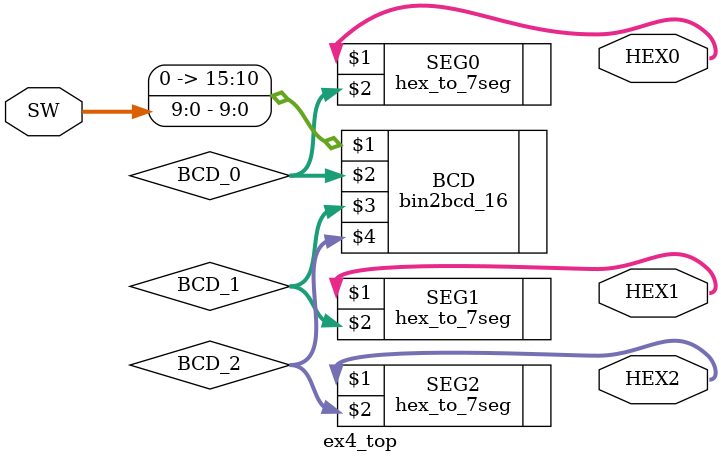
<source format=v>
module ex4_top (
	SW,
	HEX0, HEX1, HEX2
);
	input		[9:0] SW;
	output	[6:0] HEX0;
	output	[6:0] HEX1;
	output	[6:0] HEX2;
	
	wire [3:0] BCD_0, BCD_1, BCD_2;

	
	bin2bcd_16 BCD ({6'b0,SW[9:0]}, BCD_0, BCD_1, BCD_2);
	
	hex_to_7seg	SEG0 (HEX0, BCD_0);
	hex_to_7seg	SEG1 (HEX1, BCD_1);
	hex_to_7seg	SEG2 (HEX2, BCD_2);
	
	
	
	
	
	
	
	
	
	
	
	
	
	
	
	
	
	
	
	
	
	
	
	
	
	
	
	
	
	
	
	
	
	
	
endmodule
</source>
